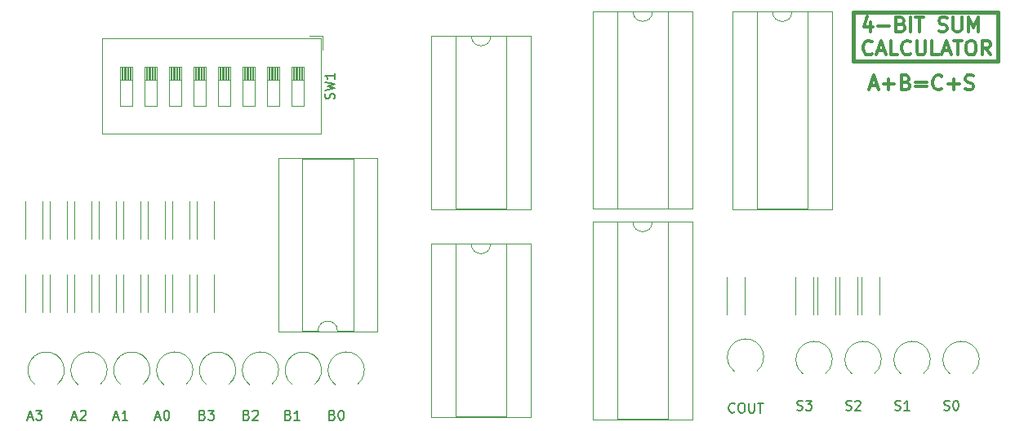
<source format=gbr>
%TF.GenerationSoftware,KiCad,Pcbnew,(6.0.4)*%
%TF.CreationDate,2022-04-08T01:44:20+01:00*%
%TF.ProjectId,test,74657374-2e6b-4696-9361-645f70636258,rev?*%
%TF.SameCoordinates,Original*%
%TF.FileFunction,Legend,Top*%
%TF.FilePolarity,Positive*%
%FSLAX46Y46*%
G04 Gerber Fmt 4.6, Leading zero omitted, Abs format (unit mm)*
G04 Created by KiCad (PCBNEW (6.0.4)) date 2022-04-08 01:44:20*
%MOMM*%
%LPD*%
G01*
G04 APERTURE LIST*
%ADD10C,0.086412*%
%ADD11C,0.400000*%
%ADD12C,0.300000*%
%ADD13C,0.150000*%
%ADD14C,0.120000*%
G04 APERTURE END LIST*
D10*
X136696488Y-34258253D02*
X136696488Y-34258253D01*
D11*
X124968000Y-27940000D02*
X139954000Y-27940000D01*
X139954000Y-27940000D02*
X139954000Y-33020000D01*
X139954000Y-33020000D02*
X124968000Y-33020000D01*
X124968000Y-33020000D02*
X124968000Y-27940000D01*
D12*
X126722857Y-35556000D02*
X127437142Y-35556000D01*
X126580000Y-35984571D02*
X127080000Y-34484571D01*
X127580000Y-35984571D01*
X128080000Y-35413142D02*
X129222857Y-35413142D01*
X128651428Y-35984571D02*
X128651428Y-34841714D01*
X130437142Y-35198857D02*
X130651428Y-35270285D01*
X130722857Y-35341714D01*
X130794285Y-35484571D01*
X130794285Y-35698857D01*
X130722857Y-35841714D01*
X130651428Y-35913142D01*
X130508571Y-35984571D01*
X129937142Y-35984571D01*
X129937142Y-34484571D01*
X130437142Y-34484571D01*
X130580000Y-34556000D01*
X130651428Y-34627428D01*
X130722857Y-34770285D01*
X130722857Y-34913142D01*
X130651428Y-35056000D01*
X130580000Y-35127428D01*
X130437142Y-35198857D01*
X129937142Y-35198857D01*
X131437142Y-35198857D02*
X132580000Y-35198857D01*
X132580000Y-35627428D02*
X131437142Y-35627428D01*
X134151428Y-35841714D02*
X134080000Y-35913142D01*
X133865714Y-35984571D01*
X133722857Y-35984571D01*
X133508571Y-35913142D01*
X133365714Y-35770285D01*
X133294285Y-35627428D01*
X133222857Y-35341714D01*
X133222857Y-35127428D01*
X133294285Y-34841714D01*
X133365714Y-34698857D01*
X133508571Y-34556000D01*
X133722857Y-34484571D01*
X133865714Y-34484571D01*
X134080000Y-34556000D01*
X134151428Y-34627428D01*
X134794285Y-35413142D02*
X135937142Y-35413142D01*
X135365714Y-35984571D02*
X135365714Y-34841714D01*
X136580000Y-35913142D02*
X136794285Y-35984571D01*
X137151428Y-35984571D01*
X137294285Y-35913142D01*
X137365714Y-35841714D01*
X137437142Y-35698857D01*
X137437142Y-35556000D01*
X137365714Y-35413142D01*
X137294285Y-35341714D01*
X137151428Y-35270285D01*
X136865714Y-35198857D01*
X136722857Y-35127428D01*
X136651428Y-35056000D01*
X136580000Y-34913142D01*
X136580000Y-34770285D01*
X136651428Y-34627428D01*
X136722857Y-34556000D01*
X136865714Y-34484571D01*
X137222857Y-34484571D01*
X137437142Y-34556000D01*
X126766571Y-28951071D02*
X126766571Y-29951071D01*
X126409428Y-28379642D02*
X126052285Y-29451071D01*
X126980857Y-29451071D01*
X127552285Y-29379642D02*
X128695142Y-29379642D01*
X129909428Y-29165357D02*
X130123714Y-29236785D01*
X130195142Y-29308214D01*
X130266571Y-29451071D01*
X130266571Y-29665357D01*
X130195142Y-29808214D01*
X130123714Y-29879642D01*
X129980857Y-29951071D01*
X129409428Y-29951071D01*
X129409428Y-28451071D01*
X129909428Y-28451071D01*
X130052285Y-28522500D01*
X130123714Y-28593928D01*
X130195142Y-28736785D01*
X130195142Y-28879642D01*
X130123714Y-29022500D01*
X130052285Y-29093928D01*
X129909428Y-29165357D01*
X129409428Y-29165357D01*
X130909428Y-29951071D02*
X130909428Y-28451071D01*
X131409428Y-28451071D02*
X132266571Y-28451071D01*
X131838000Y-29951071D02*
X131838000Y-28451071D01*
X133838000Y-29879642D02*
X134052285Y-29951071D01*
X134409428Y-29951071D01*
X134552285Y-29879642D01*
X134623714Y-29808214D01*
X134695142Y-29665357D01*
X134695142Y-29522500D01*
X134623714Y-29379642D01*
X134552285Y-29308214D01*
X134409428Y-29236785D01*
X134123714Y-29165357D01*
X133980857Y-29093928D01*
X133909428Y-29022500D01*
X133838000Y-28879642D01*
X133838000Y-28736785D01*
X133909428Y-28593928D01*
X133980857Y-28522500D01*
X134123714Y-28451071D01*
X134480857Y-28451071D01*
X134695142Y-28522500D01*
X135338000Y-28451071D02*
X135338000Y-29665357D01*
X135409428Y-29808214D01*
X135480857Y-29879642D01*
X135623714Y-29951071D01*
X135909428Y-29951071D01*
X136052285Y-29879642D01*
X136123714Y-29808214D01*
X136195142Y-29665357D01*
X136195142Y-28451071D01*
X136909428Y-29951071D02*
X136909428Y-28451071D01*
X137409428Y-29522500D01*
X137909428Y-28451071D01*
X137909428Y-29951071D01*
X126909428Y-32223214D02*
X126838000Y-32294642D01*
X126623714Y-32366071D01*
X126480857Y-32366071D01*
X126266571Y-32294642D01*
X126123714Y-32151785D01*
X126052285Y-32008928D01*
X125980857Y-31723214D01*
X125980857Y-31508928D01*
X126052285Y-31223214D01*
X126123714Y-31080357D01*
X126266571Y-30937500D01*
X126480857Y-30866071D01*
X126623714Y-30866071D01*
X126838000Y-30937500D01*
X126909428Y-31008928D01*
X127480857Y-31937500D02*
X128195142Y-31937500D01*
X127338000Y-32366071D02*
X127838000Y-30866071D01*
X128338000Y-32366071D01*
X129552285Y-32366071D02*
X128838000Y-32366071D01*
X128838000Y-30866071D01*
X130909428Y-32223214D02*
X130838000Y-32294642D01*
X130623714Y-32366071D01*
X130480857Y-32366071D01*
X130266571Y-32294642D01*
X130123714Y-32151785D01*
X130052285Y-32008928D01*
X129980857Y-31723214D01*
X129980857Y-31508928D01*
X130052285Y-31223214D01*
X130123714Y-31080357D01*
X130266571Y-30937500D01*
X130480857Y-30866071D01*
X130623714Y-30866071D01*
X130838000Y-30937500D01*
X130909428Y-31008928D01*
X131552285Y-30866071D02*
X131552285Y-32080357D01*
X131623714Y-32223214D01*
X131695142Y-32294642D01*
X131838000Y-32366071D01*
X132123714Y-32366071D01*
X132266571Y-32294642D01*
X132338000Y-32223214D01*
X132409428Y-32080357D01*
X132409428Y-30866071D01*
X133838000Y-32366071D02*
X133123714Y-32366071D01*
X133123714Y-30866071D01*
X134266571Y-31937500D02*
X134980857Y-31937500D01*
X134123714Y-32366071D02*
X134623714Y-30866071D01*
X135123714Y-32366071D01*
X135409428Y-30866071D02*
X136266571Y-30866071D01*
X135838000Y-32366071D02*
X135838000Y-30866071D01*
X137052285Y-30866071D02*
X137338000Y-30866071D01*
X137480857Y-30937500D01*
X137623714Y-31080357D01*
X137695142Y-31366071D01*
X137695142Y-31866071D01*
X137623714Y-32151785D01*
X137480857Y-32294642D01*
X137338000Y-32366071D01*
X137052285Y-32366071D01*
X136909428Y-32294642D01*
X136766571Y-32151785D01*
X136695142Y-31866071D01*
X136695142Y-31366071D01*
X136766571Y-31080357D01*
X136909428Y-30937500D01*
X137052285Y-30866071D01*
X139195142Y-32366071D02*
X138695142Y-31651785D01*
X138338000Y-32366071D02*
X138338000Y-30866071D01*
X138909428Y-30866071D01*
X139052285Y-30937500D01*
X139123714Y-31008928D01*
X139195142Y-31151785D01*
X139195142Y-31366071D01*
X139123714Y-31508928D01*
X139052285Y-31580357D01*
X138909428Y-31651785D01*
X138338000Y-31651785D01*
D13*
X134366095Y-69238761D02*
X134508952Y-69286380D01*
X134747047Y-69286380D01*
X134842285Y-69238761D01*
X134889904Y-69191142D01*
X134937523Y-69095904D01*
X134937523Y-69000666D01*
X134889904Y-68905428D01*
X134842285Y-68857809D01*
X134747047Y-68810190D01*
X134556571Y-68762571D01*
X134461333Y-68714952D01*
X134413714Y-68667333D01*
X134366095Y-68572095D01*
X134366095Y-68476857D01*
X134413714Y-68381619D01*
X134461333Y-68334000D01*
X134556571Y-68286380D01*
X134794666Y-68286380D01*
X134937523Y-68334000D01*
X135556571Y-68286380D02*
X135651809Y-68286380D01*
X135747047Y-68334000D01*
X135794666Y-68381619D01*
X135842285Y-68476857D01*
X135889904Y-68667333D01*
X135889904Y-68905428D01*
X135842285Y-69095904D01*
X135794666Y-69191142D01*
X135747047Y-69238761D01*
X135651809Y-69286380D01*
X135556571Y-69286380D01*
X135461333Y-69238761D01*
X135413714Y-69191142D01*
X135366095Y-69095904D01*
X135318476Y-68905428D01*
X135318476Y-68667333D01*
X135366095Y-68476857D01*
X135413714Y-68381619D01*
X135461333Y-68334000D01*
X135556571Y-68286380D01*
X129286095Y-69238761D02*
X129428952Y-69286380D01*
X129667047Y-69286380D01*
X129762285Y-69238761D01*
X129809904Y-69191142D01*
X129857523Y-69095904D01*
X129857523Y-69000666D01*
X129809904Y-68905428D01*
X129762285Y-68857809D01*
X129667047Y-68810190D01*
X129476571Y-68762571D01*
X129381333Y-68714952D01*
X129333714Y-68667333D01*
X129286095Y-68572095D01*
X129286095Y-68476857D01*
X129333714Y-68381619D01*
X129381333Y-68334000D01*
X129476571Y-68286380D01*
X129714666Y-68286380D01*
X129857523Y-68334000D01*
X130809904Y-69286380D02*
X130238476Y-69286380D01*
X130524190Y-69286380D02*
X130524190Y-68286380D01*
X130428952Y-68429238D01*
X130333714Y-68524476D01*
X130238476Y-68572095D01*
X124206095Y-69238761D02*
X124348952Y-69286380D01*
X124587047Y-69286380D01*
X124682285Y-69238761D01*
X124729904Y-69191142D01*
X124777523Y-69095904D01*
X124777523Y-69000666D01*
X124729904Y-68905428D01*
X124682285Y-68857809D01*
X124587047Y-68810190D01*
X124396571Y-68762571D01*
X124301333Y-68714952D01*
X124253714Y-68667333D01*
X124206095Y-68572095D01*
X124206095Y-68476857D01*
X124253714Y-68381619D01*
X124301333Y-68334000D01*
X124396571Y-68286380D01*
X124634666Y-68286380D01*
X124777523Y-68334000D01*
X125158476Y-68381619D02*
X125206095Y-68334000D01*
X125301333Y-68286380D01*
X125539428Y-68286380D01*
X125634666Y-68334000D01*
X125682285Y-68381619D01*
X125729904Y-68476857D01*
X125729904Y-68572095D01*
X125682285Y-68714952D01*
X125110857Y-69286380D01*
X125729904Y-69286380D01*
X119126095Y-69238761D02*
X119268952Y-69286380D01*
X119507047Y-69286380D01*
X119602285Y-69238761D01*
X119649904Y-69191142D01*
X119697523Y-69095904D01*
X119697523Y-69000666D01*
X119649904Y-68905428D01*
X119602285Y-68857809D01*
X119507047Y-68810190D01*
X119316571Y-68762571D01*
X119221333Y-68714952D01*
X119173714Y-68667333D01*
X119126095Y-68572095D01*
X119126095Y-68476857D01*
X119173714Y-68381619D01*
X119221333Y-68334000D01*
X119316571Y-68286380D01*
X119554666Y-68286380D01*
X119697523Y-68334000D01*
X120030857Y-68286380D02*
X120649904Y-68286380D01*
X120316571Y-68667333D01*
X120459428Y-68667333D01*
X120554666Y-68714952D01*
X120602285Y-68762571D01*
X120649904Y-68857809D01*
X120649904Y-69095904D01*
X120602285Y-69191142D01*
X120554666Y-69238761D01*
X120459428Y-69286380D01*
X120173714Y-69286380D01*
X120078476Y-69238761D01*
X120030857Y-69191142D01*
X112672952Y-69445142D02*
X112625333Y-69492761D01*
X112482476Y-69540380D01*
X112387238Y-69540380D01*
X112244380Y-69492761D01*
X112149142Y-69397523D01*
X112101523Y-69302285D01*
X112053904Y-69111809D01*
X112053904Y-68968952D01*
X112101523Y-68778476D01*
X112149142Y-68683238D01*
X112244380Y-68588000D01*
X112387238Y-68540380D01*
X112482476Y-68540380D01*
X112625333Y-68588000D01*
X112672952Y-68635619D01*
X113292000Y-68540380D02*
X113482476Y-68540380D01*
X113577714Y-68588000D01*
X113672952Y-68683238D01*
X113720571Y-68873714D01*
X113720571Y-69207047D01*
X113672952Y-69397523D01*
X113577714Y-69492761D01*
X113482476Y-69540380D01*
X113292000Y-69540380D01*
X113196761Y-69492761D01*
X113101523Y-69397523D01*
X113053904Y-69207047D01*
X113053904Y-68873714D01*
X113101523Y-68683238D01*
X113196761Y-68588000D01*
X113292000Y-68540380D01*
X114149142Y-68540380D02*
X114149142Y-69349904D01*
X114196761Y-69445142D01*
X114244380Y-69492761D01*
X114339619Y-69540380D01*
X114530095Y-69540380D01*
X114625333Y-69492761D01*
X114672952Y-69445142D01*
X114720571Y-69349904D01*
X114720571Y-68540380D01*
X115053904Y-68540380D02*
X115625333Y-68540380D01*
X115339619Y-69540380D02*
X115339619Y-68540380D01*
X57507238Y-69778571D02*
X57650095Y-69826190D01*
X57697714Y-69873809D01*
X57745333Y-69969047D01*
X57745333Y-70111904D01*
X57697714Y-70207142D01*
X57650095Y-70254761D01*
X57554857Y-70302380D01*
X57173904Y-70302380D01*
X57173904Y-69302380D01*
X57507238Y-69302380D01*
X57602476Y-69350000D01*
X57650095Y-69397619D01*
X57697714Y-69492857D01*
X57697714Y-69588095D01*
X57650095Y-69683333D01*
X57602476Y-69730952D01*
X57507238Y-69778571D01*
X57173904Y-69778571D01*
X58078666Y-69302380D02*
X58697714Y-69302380D01*
X58364380Y-69683333D01*
X58507238Y-69683333D01*
X58602476Y-69730952D01*
X58650095Y-69778571D01*
X58697714Y-69873809D01*
X58697714Y-70111904D01*
X58650095Y-70207142D01*
X58602476Y-70254761D01*
X58507238Y-70302380D01*
X58221523Y-70302380D01*
X58126285Y-70254761D01*
X58078666Y-70207142D01*
X66397238Y-69778571D02*
X66540095Y-69826190D01*
X66587714Y-69873809D01*
X66635333Y-69969047D01*
X66635333Y-70111904D01*
X66587714Y-70207142D01*
X66540095Y-70254761D01*
X66444857Y-70302380D01*
X66063904Y-70302380D01*
X66063904Y-69302380D01*
X66397238Y-69302380D01*
X66492476Y-69350000D01*
X66540095Y-69397619D01*
X66587714Y-69492857D01*
X66587714Y-69588095D01*
X66540095Y-69683333D01*
X66492476Y-69730952D01*
X66397238Y-69778571D01*
X66063904Y-69778571D01*
X67587714Y-70302380D02*
X67016285Y-70302380D01*
X67302000Y-70302380D02*
X67302000Y-69302380D01*
X67206761Y-69445238D01*
X67111523Y-69540476D01*
X67016285Y-69588095D01*
X70969238Y-69778571D02*
X71112095Y-69826190D01*
X71159714Y-69873809D01*
X71207333Y-69969047D01*
X71207333Y-70111904D01*
X71159714Y-70207142D01*
X71112095Y-70254761D01*
X71016857Y-70302380D01*
X70635904Y-70302380D01*
X70635904Y-69302380D01*
X70969238Y-69302380D01*
X71064476Y-69350000D01*
X71112095Y-69397619D01*
X71159714Y-69492857D01*
X71159714Y-69588095D01*
X71112095Y-69683333D01*
X71064476Y-69730952D01*
X70969238Y-69778571D01*
X70635904Y-69778571D01*
X71826380Y-69302380D02*
X71921619Y-69302380D01*
X72016857Y-69350000D01*
X72064476Y-69397619D01*
X72112095Y-69492857D01*
X72159714Y-69683333D01*
X72159714Y-69921428D01*
X72112095Y-70111904D01*
X72064476Y-70207142D01*
X72016857Y-70254761D01*
X71921619Y-70302380D01*
X71826380Y-70302380D01*
X71731142Y-70254761D01*
X71683523Y-70207142D01*
X71635904Y-70111904D01*
X71588285Y-69921428D01*
X71588285Y-69683333D01*
X71635904Y-69492857D01*
X71683523Y-69397619D01*
X71731142Y-69350000D01*
X71826380Y-69302380D01*
X62079238Y-69778571D02*
X62222095Y-69826190D01*
X62269714Y-69873809D01*
X62317333Y-69969047D01*
X62317333Y-70111904D01*
X62269714Y-70207142D01*
X62222095Y-70254761D01*
X62126857Y-70302380D01*
X61745904Y-70302380D01*
X61745904Y-69302380D01*
X62079238Y-69302380D01*
X62174476Y-69350000D01*
X62222095Y-69397619D01*
X62269714Y-69492857D01*
X62269714Y-69588095D01*
X62222095Y-69683333D01*
X62174476Y-69730952D01*
X62079238Y-69778571D01*
X61745904Y-69778571D01*
X62698285Y-69397619D02*
X62745904Y-69350000D01*
X62841142Y-69302380D01*
X63079238Y-69302380D01*
X63174476Y-69350000D01*
X63222095Y-69397619D01*
X63269714Y-69492857D01*
X63269714Y-69588095D01*
X63222095Y-69730952D01*
X62650666Y-70302380D01*
X63269714Y-70302380D01*
X52625714Y-70016666D02*
X53101904Y-70016666D01*
X52530476Y-70302380D02*
X52863809Y-69302380D01*
X53197142Y-70302380D01*
X53720952Y-69302380D02*
X53816190Y-69302380D01*
X53911428Y-69350000D01*
X53959047Y-69397619D01*
X54006666Y-69492857D01*
X54054285Y-69683333D01*
X54054285Y-69921428D01*
X54006666Y-70111904D01*
X53959047Y-70207142D01*
X53911428Y-70254761D01*
X53816190Y-70302380D01*
X53720952Y-70302380D01*
X53625714Y-70254761D01*
X53578095Y-70207142D01*
X53530476Y-70111904D01*
X53482857Y-69921428D01*
X53482857Y-69683333D01*
X53530476Y-69492857D01*
X53578095Y-69397619D01*
X53625714Y-69350000D01*
X53720952Y-69302380D01*
X48307714Y-70016666D02*
X48783904Y-70016666D01*
X48212476Y-70302380D02*
X48545809Y-69302380D01*
X48879142Y-70302380D01*
X49736285Y-70302380D02*
X49164857Y-70302380D01*
X49450571Y-70302380D02*
X49450571Y-69302380D01*
X49355333Y-69445238D01*
X49260095Y-69540476D01*
X49164857Y-69588095D01*
X43989714Y-70016666D02*
X44465904Y-70016666D01*
X43894476Y-70302380D02*
X44227809Y-69302380D01*
X44561142Y-70302380D01*
X44846857Y-69397619D02*
X44894476Y-69350000D01*
X44989714Y-69302380D01*
X45227809Y-69302380D01*
X45323047Y-69350000D01*
X45370666Y-69397619D01*
X45418285Y-69492857D01*
X45418285Y-69588095D01*
X45370666Y-69730952D01*
X44799238Y-70302380D01*
X45418285Y-70302380D01*
X39417714Y-70016666D02*
X39893904Y-70016666D01*
X39322476Y-70302380D02*
X39655809Y-69302380D01*
X39989142Y-70302380D01*
X40227238Y-69302380D02*
X40846285Y-69302380D01*
X40512952Y-69683333D01*
X40655809Y-69683333D01*
X40751047Y-69730952D01*
X40798666Y-69778571D01*
X40846285Y-69873809D01*
X40846285Y-70111904D01*
X40798666Y-70207142D01*
X40751047Y-70254761D01*
X40655809Y-70302380D01*
X40370095Y-70302380D01*
X40274857Y-70254761D01*
X40227238Y-70207142D01*
%TO.C,SW1*%
X71144761Y-36935833D02*
X71192380Y-36792976D01*
X71192380Y-36554880D01*
X71144761Y-36459642D01*
X71097142Y-36412023D01*
X71001904Y-36364404D01*
X70906666Y-36364404D01*
X70811428Y-36412023D01*
X70763809Y-36459642D01*
X70716190Y-36554880D01*
X70668571Y-36745357D01*
X70620952Y-36840595D01*
X70573333Y-36888214D01*
X70478095Y-36935833D01*
X70382857Y-36935833D01*
X70287619Y-36888214D01*
X70240000Y-36840595D01*
X70192380Y-36745357D01*
X70192380Y-36507261D01*
X70240000Y-36364404D01*
X70192380Y-36031071D02*
X71192380Y-35792976D01*
X70478095Y-35602500D01*
X71192380Y-35412023D01*
X70192380Y-35173928D01*
X71192380Y-34269166D02*
X71192380Y-34840595D01*
X71192380Y-34554880D02*
X70192380Y-34554880D01*
X70335238Y-34650119D01*
X70430476Y-34745357D01*
X70478095Y-34840595D01*
D14*
%TO.C,U6*%
X97984000Y-49664000D02*
X97984000Y-70224000D01*
X105774000Y-49724000D02*
X104124000Y-49724000D01*
X100474000Y-70164000D02*
X105774000Y-70164000D01*
X108264000Y-70224000D02*
X108264000Y-49664000D01*
X100474000Y-49724000D02*
X100474000Y-70164000D01*
X108264000Y-49664000D02*
X97984000Y-49664000D01*
X105774000Y-70164000D02*
X105774000Y-49724000D01*
X97984000Y-70224000D02*
X108264000Y-70224000D01*
X102124000Y-49724000D02*
X100474000Y-49724000D01*
X102124000Y-49724000D02*
G75*
G03*
X104124000Y-49724000I1000000J0D01*
G01*
%TO.C,SW1*%
X64215000Y-33572500D02*
X64215000Y-34925833D01*
X49815000Y-33572500D02*
X49815000Y-34925833D01*
X62875000Y-37632500D02*
X62875000Y-33572500D01*
X56835000Y-33572500D02*
X56835000Y-34925833D01*
X69740000Y-30652500D02*
X47119000Y-30652500D01*
X54775000Y-33572500D02*
X54775000Y-34925833D01*
X59375000Y-33572500D02*
X59375000Y-34925833D01*
X51515000Y-33572500D02*
X51515000Y-34925833D01*
X49695000Y-33572500D02*
X49695000Y-34925833D01*
X50175000Y-34925833D02*
X48905000Y-34925833D01*
X67835000Y-33572500D02*
X67835000Y-34925833D01*
X66685000Y-33572500D02*
X66685000Y-37632500D01*
X53985000Y-37632500D02*
X55255000Y-37632500D01*
X64455000Y-33572500D02*
X64455000Y-34925833D01*
X57075000Y-33572500D02*
X57075000Y-34925833D01*
X51875000Y-33572500D02*
X51875000Y-34925833D01*
X69980000Y-30412500D02*
X69980000Y-31796500D01*
X52715000Y-33572500D02*
X51445000Y-33572500D01*
X61915000Y-33572500D02*
X61915000Y-34925833D01*
X57315000Y-33572500D02*
X57315000Y-34925833D01*
X62155000Y-33572500D02*
X62155000Y-34925833D01*
X54535000Y-33572500D02*
X54535000Y-34925833D01*
X51635000Y-33572500D02*
X51635000Y-34925833D01*
X49335000Y-33572500D02*
X49335000Y-34925833D01*
X64935000Y-33572500D02*
X64935000Y-34925833D01*
X48905000Y-37632500D02*
X50175000Y-37632500D01*
X64145000Y-33572500D02*
X64145000Y-37632500D01*
X62035000Y-33572500D02*
X62035000Y-34925833D01*
X50175000Y-37632500D02*
X50175000Y-33572500D01*
X67595000Y-33572500D02*
X67595000Y-34925833D01*
X64815000Y-33572500D02*
X64815000Y-34925833D01*
X67475000Y-33572500D02*
X67475000Y-34925833D01*
X65415000Y-33572500D02*
X64145000Y-33572500D01*
X64145000Y-37632500D02*
X65415000Y-37632500D01*
X52595000Y-33572500D02*
X52595000Y-34925833D01*
X59135000Y-33572500D02*
X59135000Y-34925833D01*
X57795000Y-34925833D02*
X56525000Y-34925833D01*
X60335000Y-33572500D02*
X59065000Y-33572500D01*
X61675000Y-33572500D02*
X61675000Y-34925833D01*
X57195000Y-33572500D02*
X57195000Y-34925833D01*
X52715000Y-34925833D02*
X51445000Y-34925833D01*
X59735000Y-33572500D02*
X59735000Y-34925833D01*
X59495000Y-33572500D02*
X59495000Y-34925833D01*
X54415000Y-33572500D02*
X54415000Y-34925833D01*
X65055000Y-33572500D02*
X65055000Y-34925833D01*
X67715000Y-33572500D02*
X67715000Y-34925833D01*
X62875000Y-34925833D02*
X61605000Y-34925833D01*
X49095000Y-33572500D02*
X49095000Y-34925833D01*
X61605000Y-33572500D02*
X61605000Y-37632500D01*
X60215000Y-33572500D02*
X60215000Y-34925833D01*
X54175000Y-33572500D02*
X54175000Y-34925833D01*
X51445000Y-37632500D02*
X52715000Y-37632500D01*
X47119000Y-30652500D02*
X47119000Y-40552500D01*
X57675000Y-33572500D02*
X57675000Y-34925833D01*
X52715000Y-37632500D02*
X52715000Y-33572500D01*
X57435000Y-33572500D02*
X57435000Y-34925833D01*
X57795000Y-37632500D02*
X57795000Y-33572500D01*
X49575000Y-33572500D02*
X49575000Y-34925833D01*
X67115000Y-33572500D02*
X67115000Y-34925833D01*
X51755000Y-33572500D02*
X51755000Y-34925833D01*
X66995000Y-33572500D02*
X66995000Y-34925833D01*
X52235000Y-33572500D02*
X52235000Y-34925833D01*
X60335000Y-34925833D02*
X59065000Y-34925833D01*
X65415000Y-34925833D02*
X64145000Y-34925833D01*
X69740000Y-40552500D02*
X47119000Y-40552500D01*
X62395000Y-33572500D02*
X62395000Y-34925833D01*
X66755000Y-33572500D02*
X66755000Y-34925833D01*
X67955000Y-34925833D02*
X66685000Y-34925833D01*
X54655000Y-33572500D02*
X54655000Y-34925833D01*
X48905000Y-33572500D02*
X48905000Y-37632500D01*
X49935000Y-33572500D02*
X49935000Y-34925833D01*
X66685000Y-37632500D02*
X67955000Y-37632500D01*
X50055000Y-33572500D02*
X50055000Y-34925833D01*
X65295000Y-33572500D02*
X65295000Y-34925833D01*
X62515000Y-33572500D02*
X62515000Y-34925833D01*
X52355000Y-33572500D02*
X52355000Y-34925833D01*
X54055000Y-33572500D02*
X54055000Y-34925833D01*
X60095000Y-33572500D02*
X60095000Y-34925833D01*
X51995000Y-33572500D02*
X51995000Y-34925833D01*
X52475000Y-33572500D02*
X52475000Y-34925833D01*
X54295000Y-33572500D02*
X54295000Y-34925833D01*
X62875000Y-33572500D02*
X61605000Y-33572500D01*
X55015000Y-33572500D02*
X55015000Y-34925833D01*
X51445000Y-33572500D02*
X51445000Y-37632500D01*
X65415000Y-37632500D02*
X65415000Y-33572500D01*
X59065000Y-33572500D02*
X59065000Y-37632500D01*
X59065000Y-37632500D02*
X60335000Y-37632500D01*
X56595000Y-33572500D02*
X56595000Y-34925833D01*
X61605000Y-37632500D02*
X62875000Y-37632500D01*
X64695000Y-33572500D02*
X64695000Y-34925833D01*
X59255000Y-33572500D02*
X59255000Y-34925833D01*
X59615000Y-33572500D02*
X59615000Y-34925833D01*
X61795000Y-33572500D02*
X61795000Y-34925833D01*
X48975000Y-33572500D02*
X48975000Y-34925833D01*
X59975000Y-33572500D02*
X59975000Y-34925833D01*
X67355000Y-33572500D02*
X67355000Y-34925833D01*
X56525000Y-37632500D02*
X57795000Y-37632500D01*
X49215000Y-33572500D02*
X49215000Y-34925833D01*
X49455000Y-33572500D02*
X49455000Y-34925833D01*
X55255000Y-37632500D02*
X55255000Y-33572500D01*
X67955000Y-33572500D02*
X66685000Y-33572500D01*
X64335000Y-33572500D02*
X64335000Y-34925833D01*
X69980000Y-30412500D02*
X68597000Y-30412500D01*
X65175000Y-33572500D02*
X65175000Y-34925833D01*
X55135000Y-33572500D02*
X55135000Y-34925833D01*
X60335000Y-37632500D02*
X60335000Y-33572500D01*
X67955000Y-37632500D02*
X67955000Y-33572500D01*
X54895000Y-33572500D02*
X54895000Y-34925833D01*
X55255000Y-34925833D02*
X53985000Y-34925833D01*
X64575000Y-33572500D02*
X64575000Y-34925833D01*
X66875000Y-33572500D02*
X66875000Y-34925833D01*
X57795000Y-33572500D02*
X56525000Y-33572500D01*
X62635000Y-33572500D02*
X62635000Y-34925833D01*
X62275000Y-33572500D02*
X62275000Y-34925833D01*
X55255000Y-33572500D02*
X53985000Y-33572500D01*
X62755000Y-33572500D02*
X62755000Y-34925833D01*
X69740000Y-30652500D02*
X69740000Y-40552500D01*
X59855000Y-33572500D02*
X59855000Y-34925833D01*
X56715000Y-33572500D02*
X56715000Y-34925833D01*
X50175000Y-33572500D02*
X48905000Y-33572500D01*
X56525000Y-33572500D02*
X56525000Y-37632500D01*
X56955000Y-33572500D02*
X56955000Y-34925833D01*
X52115000Y-33572500D02*
X52115000Y-34925833D01*
X67235000Y-33572500D02*
X67235000Y-34925833D01*
X57555000Y-33572500D02*
X57555000Y-34925833D01*
X53985000Y-33572500D02*
X53985000Y-37632500D01*
%TO.C,R21*%
X58705000Y-55230000D02*
X58705000Y-59070000D01*
X56865000Y-55230000D02*
X56865000Y-59070000D01*
%TO.C,R20*%
X56165000Y-55230000D02*
X56165000Y-59070000D01*
X54325000Y-55230000D02*
X54325000Y-59070000D01*
%TO.C,R19*%
X53625000Y-55230000D02*
X53625000Y-59070000D01*
X51785000Y-55230000D02*
X51785000Y-59070000D01*
%TO.C,R18*%
X51085000Y-55230000D02*
X51085000Y-59070000D01*
X49245000Y-55230000D02*
X49245000Y-59070000D01*
%TO.C,R17*%
X46705000Y-55230000D02*
X46705000Y-59070000D01*
X48545000Y-55230000D02*
X48545000Y-59070000D01*
%TO.C,R16*%
X44165000Y-55230000D02*
X44165000Y-59070000D01*
X46005000Y-55230000D02*
X46005000Y-59070000D01*
%TO.C,R15*%
X41625000Y-55230000D02*
X41625000Y-59070000D01*
X43465000Y-55230000D02*
X43465000Y-59070000D01*
%TO.C,R14*%
X39085000Y-55230000D02*
X39085000Y-59070000D01*
X40925000Y-55230000D02*
X40925000Y-59070000D01*
%TO.C,D13*%
X73584732Y-66566371D02*
G75*
G03*
X71270000Y-66624596I-1194732J1456371D01*
G01*
%TO.C,D12*%
X69139732Y-66566371D02*
G75*
G03*
X66825000Y-66624596I-1194732J1456371D01*
G01*
%TO.C,D11*%
X64694732Y-66566371D02*
G75*
G03*
X62380000Y-66624596I-1194732J1456371D01*
G01*
%TO.C,D10*%
X60249732Y-66566371D02*
G75*
G03*
X57935000Y-66624596I-1194732J1456371D01*
G01*
%TO.C,D9*%
X55804732Y-66566371D02*
G75*
G03*
X53490000Y-66624596I-1194732J1456371D01*
G01*
%TO.C,D8*%
X51359732Y-66566371D02*
G75*
G03*
X49045000Y-66624596I-1194732J1456371D01*
G01*
%TO.C,D7*%
X46914732Y-66566371D02*
G75*
G03*
X44600000Y-66624596I-1194732J1456371D01*
G01*
%TO.C,D6*%
X42469732Y-66566371D02*
G75*
G03*
X40155000Y-66624596I-1194732J1456371D01*
G01*
%TO.C,D5*%
X114986732Y-65210371D02*
G75*
G03*
X112672000Y-65268596I-1194732J1456371D01*
G01*
%TO.C,R8*%
X53625000Y-47610000D02*
X53625000Y-51450000D01*
X51785000Y-47610000D02*
X51785000Y-51450000D01*
%TO.C,R12*%
X41625000Y-47610000D02*
X41625000Y-51450000D01*
X43465000Y-47610000D02*
X43465000Y-51450000D01*
%TO.C,R2*%
X123094000Y-55484000D02*
X123094000Y-59324000D01*
X121254000Y-55484000D02*
X121254000Y-59324000D01*
%TO.C,R6*%
X56865000Y-47610000D02*
X56865000Y-51450000D01*
X58705000Y-47610000D02*
X58705000Y-51450000D01*
%TO.C,U2*%
X85360000Y-52010000D02*
G75*
G03*
X87360000Y-52010000I1000000J0D01*
G01*
X89010000Y-69910000D02*
X89010000Y-52010000D01*
X81220000Y-69970000D02*
X91500000Y-69970000D01*
X91500000Y-51950000D02*
X81220000Y-51950000D01*
X83710000Y-69910000D02*
X89010000Y-69910000D01*
X85360000Y-52010000D02*
X83710000Y-52010000D01*
X91500000Y-69970000D02*
X91500000Y-51950000D01*
X81220000Y-51950000D02*
X81220000Y-69970000D01*
X89010000Y-52010000D02*
X87360000Y-52010000D01*
X83710000Y-52010000D02*
X83710000Y-69910000D01*
%TO.C,R3*%
X123540000Y-55484000D02*
X123540000Y-59324000D01*
X125380000Y-55484000D02*
X125380000Y-59324000D01*
%TO.C,U4*%
X116602000Y-27880000D02*
G75*
G03*
X118602000Y-27880000I1000000J0D01*
G01*
X120252000Y-27880000D02*
X118602000Y-27880000D01*
X112462000Y-48380000D02*
X122742000Y-48380000D01*
X120252000Y-48320000D02*
X120252000Y-27880000D01*
X122742000Y-48380000D02*
X122742000Y-27820000D01*
X116602000Y-27880000D02*
X114952000Y-27880000D01*
X112462000Y-27820000D02*
X112462000Y-48380000D01*
X114952000Y-48320000D02*
X120252000Y-48320000D01*
X114952000Y-27880000D02*
X114952000Y-48320000D01*
X122742000Y-27820000D02*
X112462000Y-27820000D01*
%TO.C,R1*%
X120808000Y-55484000D02*
X120808000Y-59324000D01*
X118968000Y-55484000D02*
X118968000Y-59324000D01*
%TO.C,R4*%
X125826000Y-55484000D02*
X125826000Y-59324000D01*
X127666000Y-55484000D02*
X127666000Y-59324000D01*
%TO.C,D1*%
X122098732Y-65464371D02*
G75*
G03*
X119784000Y-65522596I-1194732J1456371D01*
G01*
%TO.C,R11*%
X44165000Y-47610000D02*
X44165000Y-51450000D01*
X46005000Y-47610000D02*
X46005000Y-51450000D01*
%TO.C,R13*%
X40925000Y-47610000D02*
X40925000Y-51450000D01*
X39085000Y-47610000D02*
X39085000Y-51450000D01*
%TO.C,U5*%
X108274000Y-48370000D02*
X108274000Y-27810000D01*
X100484000Y-27870000D02*
X100484000Y-48310000D01*
X102134000Y-27870000D02*
X100484000Y-27870000D01*
X105784000Y-48310000D02*
X105784000Y-27870000D01*
X105784000Y-27870000D02*
X104134000Y-27870000D01*
X108274000Y-27810000D02*
X97994000Y-27810000D01*
X97994000Y-48370000D02*
X108274000Y-48370000D01*
X97994000Y-27810000D02*
X97994000Y-48370000D01*
X100484000Y-48310000D02*
X105784000Y-48310000D01*
X102134000Y-27870000D02*
G75*
G03*
X104134000Y-27870000I1000000J0D01*
G01*
%TO.C,R5*%
X111856000Y-55484000D02*
X111856000Y-59324000D01*
X113696000Y-55484000D02*
X113696000Y-59324000D01*
%TO.C,D3*%
X132258732Y-65464371D02*
G75*
G03*
X129944000Y-65522596I-1194732J1456371D01*
G01*
%TO.C,U1*%
X85370000Y-30415000D02*
G75*
G03*
X87370000Y-30415000I1000000J0D01*
G01*
X81230000Y-48375000D02*
X91510000Y-48375000D01*
X89020000Y-48315000D02*
X89020000Y-30415000D01*
X89020000Y-30415000D02*
X87370000Y-30415000D01*
X91510000Y-30355000D02*
X81230000Y-30355000D01*
X85370000Y-30415000D02*
X83720000Y-30415000D01*
X83720000Y-48315000D02*
X89020000Y-48315000D01*
X91510000Y-48375000D02*
X91510000Y-30355000D01*
X81230000Y-30355000D02*
X81230000Y-48375000D01*
X83720000Y-30415000D02*
X83720000Y-48315000D01*
%TO.C,R10*%
X46705000Y-47610000D02*
X46705000Y-51450000D01*
X48545000Y-47610000D02*
X48545000Y-51450000D01*
%TO.C,D4*%
X137338732Y-65464371D02*
G75*
G03*
X135024000Y-65522596I-1194732J1456371D01*
G01*
%TO.C,R9*%
X49245000Y-47610000D02*
X49245000Y-51450000D01*
X51085000Y-47610000D02*
X51085000Y-51450000D01*
%TO.C,R7*%
X54325000Y-47610000D02*
X54325000Y-51450000D01*
X56165000Y-47610000D02*
X56165000Y-51450000D01*
%TO.C,U3*%
X71475000Y-61025000D02*
G75*
G03*
X69475000Y-61025000I-1000000J0D01*
G01*
X73125000Y-43125000D02*
X67825000Y-43125000D01*
X67825000Y-61025000D02*
X69475000Y-61025000D01*
X73125000Y-61025000D02*
X73125000Y-43125000D01*
X71475000Y-61025000D02*
X73125000Y-61025000D01*
X65335000Y-61085000D02*
X75615000Y-61085000D01*
X75615000Y-61085000D02*
X75615000Y-43065000D01*
X65335000Y-43065000D02*
X65335000Y-61085000D01*
X75615000Y-43065000D02*
X65335000Y-43065000D01*
X67825000Y-43125000D02*
X67825000Y-61025000D01*
%TO.C,D2*%
X127178732Y-65464371D02*
G75*
G03*
X124864000Y-65522596I-1194732J1456371D01*
G01*
%TD*%
M02*

</source>
